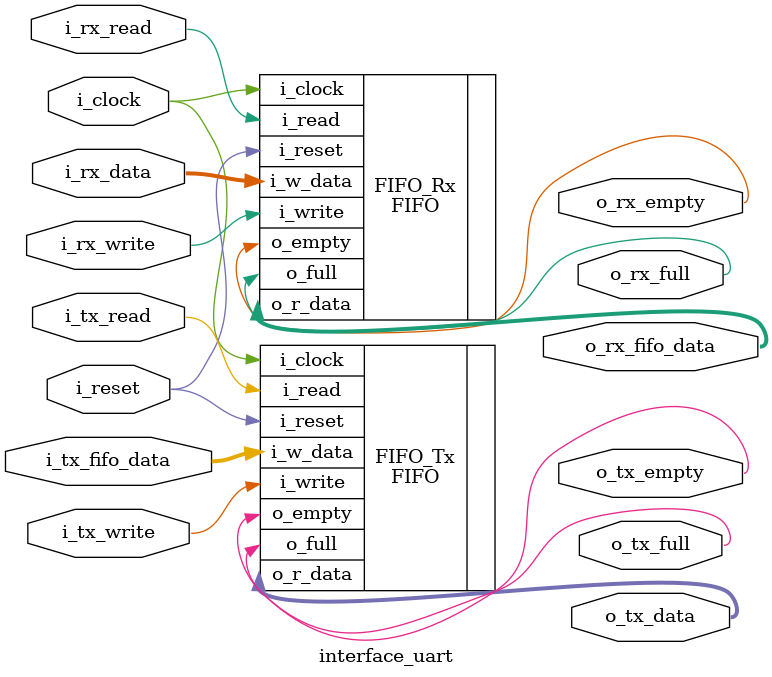
<source format=v>

module interface_uart
  #(
     parameter DATA_WIDTH = 8,  //! Ancho de los datos
     parameter FIFO_DEPTH = 16  //! Profundidad de la FIFO
   ) (
     input  wire i_reset,  //! Señal de reset para ambas FIFOs
     input  wire i_clock, //! 100Mhz Clock

     // Señales de FIFO_Rx:
     input  wire [DATA_WIDTH-1:0] i_rx_data,  //! Datos de entrada para FIFO_Rx
     input  wire i_rx_write,   //! Señal de escritura para FIFO_Rx
     input  wire i_rx_read,    //! Señal de lectura para FIFO_Rx

     output wire [DATA_WIDTH-1:0] o_rx_fifo_data, //! Datos de salida del FIFO_Rx
     output wire o_rx_empty,   //! Señal que indica si el FIFO_Rx está vacío
     output wire o_rx_full,    //! Señal que indica si el FIFO_Rx está lleno


     // Señales de FIFO_Tx:
     input  wire [DATA_WIDTH-1:0] i_tx_fifo_data, //! Datos de entrada para FIFO_Tx
     input  wire i_tx_write,  //! Señal de escritura para FIFO_Tx
     input  wire i_tx_read,   //! Señal de lectura para FIFO_Tx

     output wire [DATA_WIDTH-1:0] o_tx_data, //! Datos de salida del FIFO_Tx
     output wire o_tx_empty,  //! Señal que indica si el FIFO_Tx está vacío
     output wire o_tx_full    //! Señal que indica si el FIFO_Tx está lleno
   );

  // Instanciar la FIFO para recepción:
  FIFO #(.DATA_WIDTH(DATA_WIDTH), .DEPTH(FIFO_DEPTH))
       FIFO_Rx (
         .i_reset    (i_reset),
         .i_clock    (i_clock),
         .i_write    (i_rx_write),
         .i_read     (i_rx_read),
         .i_w_data   (i_rx_data),
         .o_r_data   (o_rx_fifo_data),
         .o_empty    (o_rx_empty),
         .o_full     (o_rx_full)
       );

  // Instanciar la FIFO para transmisión
  FIFO #(.DATA_WIDTH(DATA_WIDTH), .DEPTH(FIFO_DEPTH))
       FIFO_Tx (
         .i_reset  (i_reset),
         .i_clock  (i_clock),
         .i_write  (i_tx_write),
         .i_read   (i_tx_read),
         .i_w_data (i_tx_fifo_data),
         .o_r_data (o_tx_data),
         .o_empty  (o_tx_empty),
         .o_full   (o_tx_full)
       );

endmodule

</source>
